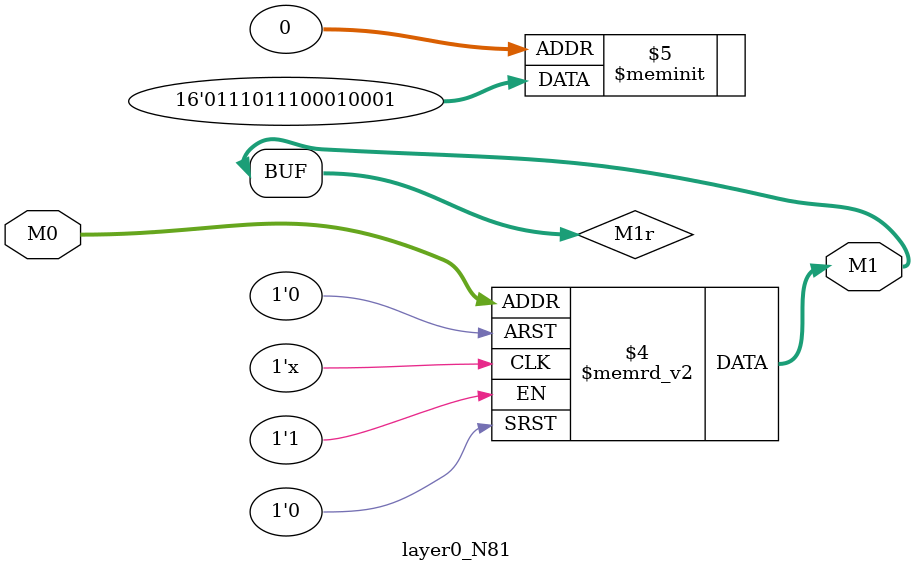
<source format=v>
module layer0_N81 ( input [2:0] M0, output [1:0] M1 );

	(*rom_style = "distributed" *) reg [1:0] M1r;
	assign M1 = M1r;
	always @ (M0) begin
		case (M0)
			3'b000: M1r = 2'b01;
			3'b100: M1r = 2'b11;
			3'b010: M1r = 2'b01;
			3'b110: M1r = 2'b11;
			3'b001: M1r = 2'b00;
			3'b101: M1r = 2'b01;
			3'b011: M1r = 2'b00;
			3'b111: M1r = 2'b01;

		endcase
	end
endmodule

</source>
